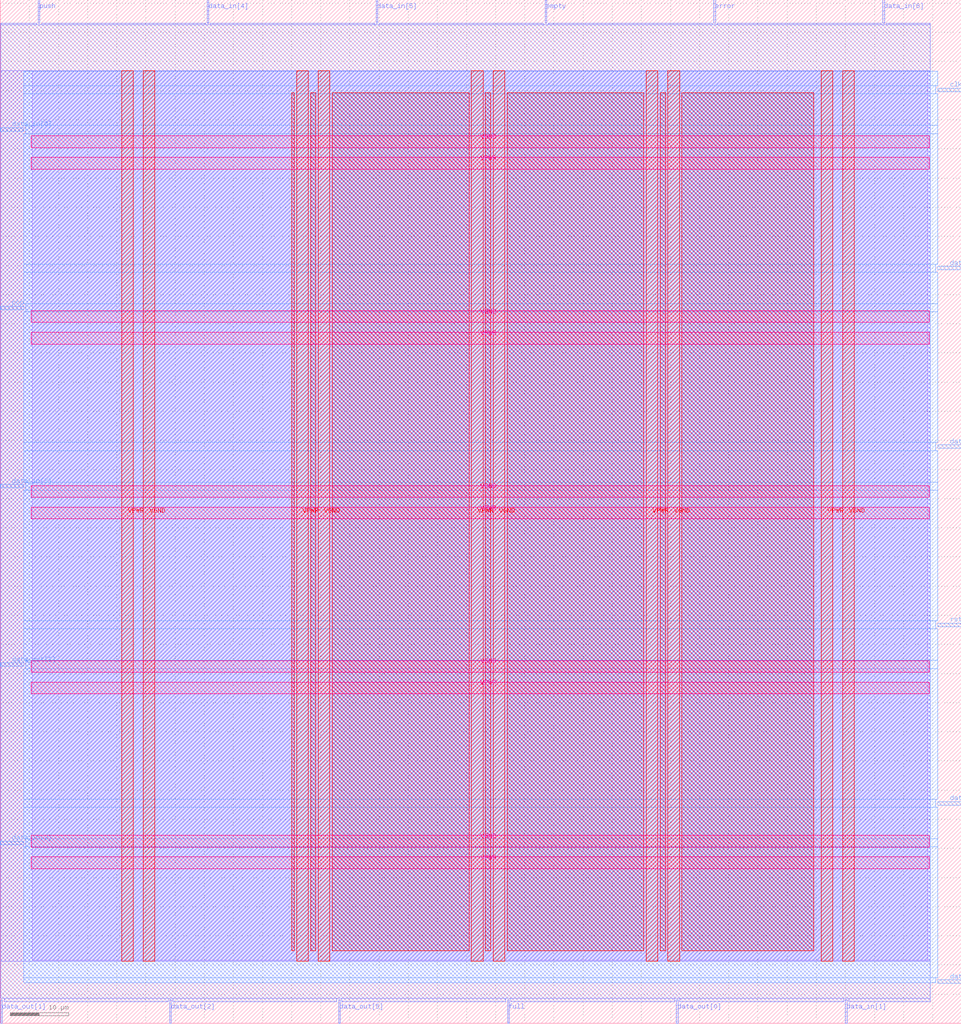
<source format=lef>
VERSION 5.7 ;
  NOWIREEXTENSIONATPIN ON ;
  DIVIDERCHAR "/" ;
  BUSBITCHARS "[]" ;
MACRO fifo
  CLASS BLOCK ;
  FOREIGN fifo ;
  ORIGIN 0.000 0.000 ;
  SIZE 164.870 BY 175.590 ;
  PIN VGND
    DIRECTION INOUT ;
    USE GROUND ;
    PORT
      LAYER met4 ;
        RECT 24.540 10.640 26.540 163.440 ;
    END
    PORT
      LAYER met4 ;
        RECT 54.540 10.640 56.540 163.440 ;
    END
    PORT
      LAYER met4 ;
        RECT 84.540 10.640 86.540 163.440 ;
    END
    PORT
      LAYER met4 ;
        RECT 114.540 10.640 116.540 163.440 ;
    END
    PORT
      LAYER met4 ;
        RECT 144.540 10.640 146.540 163.440 ;
    END
    PORT
      LAYER met5 ;
        RECT 5.280 30.230 159.400 32.230 ;
    END
    PORT
      LAYER met5 ;
        RECT 5.280 60.230 159.400 62.230 ;
    END
    PORT
      LAYER met5 ;
        RECT 5.280 90.230 159.400 92.230 ;
    END
    PORT
      LAYER met5 ;
        RECT 5.280 120.230 159.400 122.230 ;
    END
    PORT
      LAYER met5 ;
        RECT 5.280 150.230 159.400 152.230 ;
    END
  END VGND
  PIN VPWR
    DIRECTION INOUT ;
    USE POWER ;
    PORT
      LAYER met4 ;
        RECT 20.840 10.640 22.840 163.440 ;
    END
    PORT
      LAYER met4 ;
        RECT 50.840 10.640 52.840 163.440 ;
    END
    PORT
      LAYER met4 ;
        RECT 80.840 10.640 82.840 163.440 ;
    END
    PORT
      LAYER met4 ;
        RECT 110.840 10.640 112.840 163.440 ;
    END
    PORT
      LAYER met4 ;
        RECT 140.840 10.640 142.840 163.440 ;
    END
    PORT
      LAYER met5 ;
        RECT 5.280 26.530 159.400 28.530 ;
    END
    PORT
      LAYER met5 ;
        RECT 5.280 56.530 159.400 58.530 ;
    END
    PORT
      LAYER met5 ;
        RECT 5.280 86.530 159.400 88.530 ;
    END
    PORT
      LAYER met5 ;
        RECT 5.280 116.530 159.400 118.530 ;
    END
    PORT
      LAYER met5 ;
        RECT 5.280 146.530 159.400 148.530 ;
    END
  END VPWR
  PIN clk
    DIRECTION INPUT ;
    USE SIGNAL ;
    ANTENNAGATEAREA 0.852000 ;
    PORT
      LAYER met3 ;
        RECT 160.870 159.840 164.870 160.440 ;
    END
  END clk
  PIN data_in[0]
    DIRECTION INPUT ;
    USE SIGNAL ;
    ANTENNAGATEAREA 0.159000 ;
    PORT
      LAYER met3 ;
        RECT 0.000 153.040 4.000 153.640 ;
    END
  END data_in[0]
  PIN data_in[1]
    DIRECTION INPUT ;
    USE SIGNAL ;
    ANTENNAGATEAREA 0.159000 ;
    PORT
      LAYER met2 ;
        RECT 144.990 0.000 145.270 4.000 ;
    END
  END data_in[1]
  PIN data_in[2]
    DIRECTION INPUT ;
    USE SIGNAL ;
    ANTENNAGATEAREA 0.159000 ;
    PORT
      LAYER met3 ;
        RECT 0.000 30.640 4.000 31.240 ;
    END
  END data_in[2]
  PIN data_in[3]
    DIRECTION INPUT ;
    USE SIGNAL ;
    ANTENNAGATEAREA 0.159000 ;
    PORT
      LAYER met3 ;
        RECT 0.000 91.840 4.000 92.440 ;
    END
  END data_in[3]
  PIN data_in[4]
    DIRECTION INPUT ;
    USE SIGNAL ;
    ANTENNAGATEAREA 0.159000 ;
    PORT
      LAYER met2 ;
        RECT 35.510 171.590 35.790 175.590 ;
    END
  END data_in[4]
  PIN data_in[5]
    DIRECTION INPUT ;
    USE SIGNAL ;
    ANTENNAGATEAREA 0.159000 ;
    PORT
      LAYER met2 ;
        RECT 64.490 171.590 64.770 175.590 ;
    END
  END data_in[5]
  PIN data_in[6]
    DIRECTION INPUT ;
    USE SIGNAL ;
    ANTENNAGATEAREA 0.159000 ;
    PORT
      LAYER met2 ;
        RECT 151.430 171.590 151.710 175.590 ;
    END
  END data_in[6]
  PIN data_in[7]
    DIRECTION INPUT ;
    USE SIGNAL ;
    ANTENNAGATEAREA 0.213000 ;
    PORT
      LAYER met3 ;
        RECT 160.870 37.440 164.870 38.040 ;
    END
  END data_in[7]
  PIN data_out[0]
    DIRECTION OUTPUT TRISTATE ;
    USE SIGNAL ;
    ANTENNADIFFAREA 0.795200 ;
    PORT
      LAYER met2 ;
        RECT 116.010 0.000 116.290 4.000 ;
    END
  END data_out[0]
  PIN data_out[1]
    DIRECTION OUTPUT TRISTATE ;
    USE SIGNAL ;
    ANTENNADIFFAREA 0.795200 ;
    PORT
      LAYER met2 ;
        RECT 0.090 0.000 0.370 4.000 ;
    END
  END data_out[1]
  PIN data_out[2]
    DIRECTION OUTPUT TRISTATE ;
    USE SIGNAL ;
    ANTENNADIFFAREA 0.795200 ;
    PORT
      LAYER met2 ;
        RECT 29.070 0.000 29.350 4.000 ;
    END
  END data_out[2]
  PIN data_out[3]
    DIRECTION OUTPUT TRISTATE ;
    USE SIGNAL ;
    ANTENNADIFFAREA 0.795200 ;
    PORT
      LAYER met3 ;
        RECT 0.000 61.240 4.000 61.840 ;
    END
  END data_out[3]
  PIN data_out[4]
    DIRECTION OUTPUT TRISTATE ;
    USE SIGNAL ;
    ANTENNADIFFAREA 0.445500 ;
    PORT
      LAYER met3 ;
        RECT 160.870 6.840 164.870 7.440 ;
    END
  END data_out[4]
  PIN data_out[5]
    DIRECTION OUTPUT TRISTATE ;
    USE SIGNAL ;
    ANTENNADIFFAREA 0.795200 ;
    PORT
      LAYER met2 ;
        RECT 58.050 0.000 58.330 4.000 ;
    END
  END data_out[5]
  PIN data_out[6]
    DIRECTION OUTPUT TRISTATE ;
    USE SIGNAL ;
    ANTENNADIFFAREA 0.445500 ;
    PORT
      LAYER met3 ;
        RECT 160.870 98.640 164.870 99.240 ;
    END
  END data_out[6]
  PIN data_out[7]
    DIRECTION OUTPUT TRISTATE ;
    USE SIGNAL ;
    ANTENNADIFFAREA 0.795200 ;
    PORT
      LAYER met3 ;
        RECT 160.870 129.240 164.870 129.840 ;
    END
  END data_out[7]
  PIN empty
    DIRECTION OUTPUT TRISTATE ;
    USE SIGNAL ;
    ANTENNADIFFAREA 0.795200 ;
    PORT
      LAYER met2 ;
        RECT 93.470 171.590 93.750 175.590 ;
    END
  END empty
  PIN error
    DIRECTION OUTPUT TRISTATE ;
    USE SIGNAL ;
    ANTENNADIFFAREA 0.795200 ;
    PORT
      LAYER met2 ;
        RECT 122.450 171.590 122.730 175.590 ;
    END
  END error
  PIN full
    DIRECTION OUTPUT TRISTATE ;
    USE SIGNAL ;
    ANTENNADIFFAREA 0.795200 ;
    PORT
      LAYER met2 ;
        RECT 87.030 0.000 87.310 4.000 ;
    END
  END full
  PIN pop
    DIRECTION INPUT ;
    USE SIGNAL ;
    ANTENNAGATEAREA 0.126000 ;
    PORT
      LAYER met3 ;
        RECT 0.000 122.440 4.000 123.040 ;
    END
  END pop
  PIN push
    DIRECTION INPUT ;
    USE SIGNAL ;
    ANTENNAGATEAREA 0.196500 ;
    PORT
      LAYER met2 ;
        RECT 6.530 171.590 6.810 175.590 ;
    END
  END push
  PIN rst
    DIRECTION INPUT ;
    USE SIGNAL ;
    ANTENNAGATEAREA 0.126000 ;
    PORT
      LAYER met3 ;
        RECT 160.870 68.040 164.870 68.640 ;
    END
  END rst
  OBS
      LAYER li1 ;
        RECT 5.520 10.795 159.160 163.285 ;
      LAYER met1 ;
        RECT 0.070 10.640 159.550 163.440 ;
      LAYER met2 ;
        RECT 0.100 171.310 6.250 171.590 ;
        RECT 7.090 171.310 35.230 171.590 ;
        RECT 36.070 171.310 64.210 171.590 ;
        RECT 65.050 171.310 93.190 171.590 ;
        RECT 94.030 171.310 122.170 171.590 ;
        RECT 123.010 171.310 151.150 171.590 ;
        RECT 151.990 171.310 159.530 171.590 ;
        RECT 0.100 4.280 159.530 171.310 ;
        RECT 0.650 3.670 28.790 4.280 ;
        RECT 29.630 3.670 57.770 4.280 ;
        RECT 58.610 3.670 86.750 4.280 ;
        RECT 87.590 3.670 115.730 4.280 ;
        RECT 116.570 3.670 144.710 4.280 ;
        RECT 145.550 3.670 159.530 4.280 ;
      LAYER met3 ;
        RECT 4.000 160.840 160.870 163.365 ;
        RECT 4.000 159.440 160.470 160.840 ;
        RECT 4.000 154.040 160.870 159.440 ;
        RECT 4.400 152.640 160.870 154.040 ;
        RECT 4.000 130.240 160.870 152.640 ;
        RECT 4.000 128.840 160.470 130.240 ;
        RECT 4.000 123.440 160.870 128.840 ;
        RECT 4.400 122.040 160.870 123.440 ;
        RECT 4.000 99.640 160.870 122.040 ;
        RECT 4.000 98.240 160.470 99.640 ;
        RECT 4.000 92.840 160.870 98.240 ;
        RECT 4.400 91.440 160.870 92.840 ;
        RECT 4.000 69.040 160.870 91.440 ;
        RECT 4.000 67.640 160.470 69.040 ;
        RECT 4.000 62.240 160.870 67.640 ;
        RECT 4.400 60.840 160.870 62.240 ;
        RECT 4.000 38.440 160.870 60.840 ;
        RECT 4.000 37.040 160.470 38.440 ;
        RECT 4.000 31.640 160.870 37.040 ;
        RECT 4.400 30.240 160.870 31.640 ;
        RECT 4.000 7.840 160.870 30.240 ;
        RECT 4.000 6.975 160.470 7.840 ;
      LAYER met4 ;
        RECT 49.975 12.415 50.440 159.625 ;
        RECT 53.240 12.415 54.140 159.625 ;
        RECT 56.940 12.415 80.440 159.625 ;
        RECT 83.240 12.415 84.140 159.625 ;
        RECT 86.940 12.415 110.440 159.625 ;
        RECT 113.240 12.415 114.140 159.625 ;
        RECT 116.940 12.415 139.545 159.625 ;
  END
END fifo
END LIBRARY


</source>
